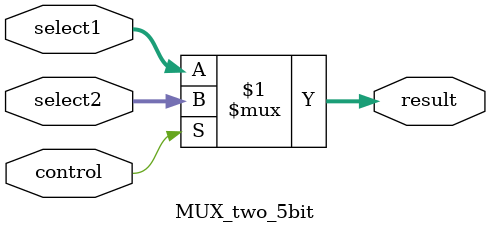
<source format=v>
`timescale 1ns / 1ps
module MUX_two_5bit(
    input [4:0] select1,
    input [4:0] select2,
    output [4:0] result,
    input control
    );
assign result=control?select2:select1;
endmodule

</source>
